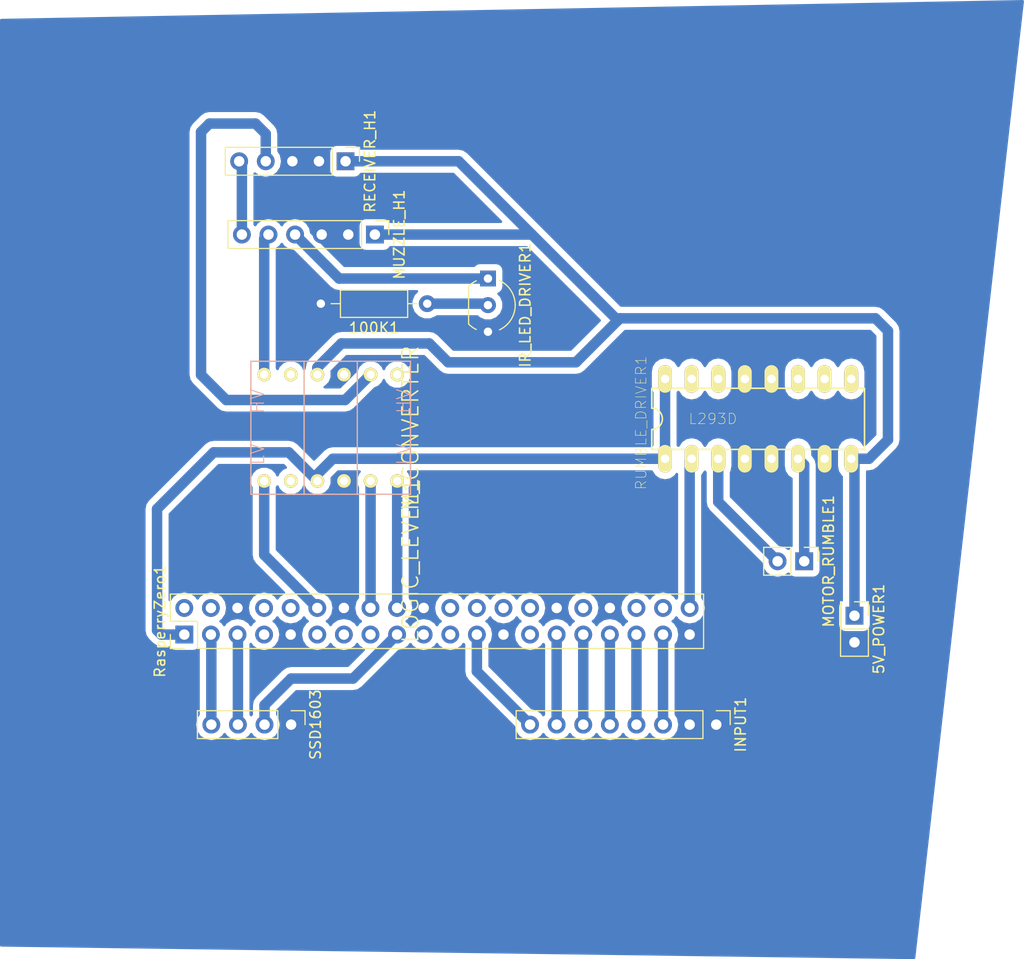
<source format=kicad_pcb>
(kicad_pcb (version 4) (host pcbnew 4.0.6-e0-6349~52~ubuntu17.04.1)

  (general
    (links 55)
    (no_connects 9)
    (area 96.495 62.695238 167.205 133.833333)
    (thickness 1.6)
    (drawings 0)
    (tracks 80)
    (zones 0)
    (modules 11)
    (nets 46)
  )

  (page A4)
  (layers
    (0 F.Cu signal)
    (31 B.Cu signal)
    (32 B.Adhes user)
    (33 F.Adhes user)
    (34 B.Paste user)
    (35 F.Paste user)
    (36 B.SilkS user)
    (37 F.SilkS user)
    (38 B.Mask user)
    (39 F.Mask user)
    (40 Dwgs.User user)
    (41 Cmts.User user)
    (42 Eco1.User user)
    (43 Eco2.User user)
    (44 Edge.Cuts user)
    (45 Margin user)
    (46 B.CrtYd user)
    (47 F.CrtYd user)
    (48 B.Fab user)
    (49 F.Fab user)
  )

  (setup
    (last_trace_width 1)
    (trace_clearance 0.2)
    (zone_clearance 0.6)
    (zone_45_only no)
    (trace_min 0.2)
    (segment_width 0.2)
    (edge_width 0.15)
    (via_size 0.6)
    (via_drill 0.4)
    (via_min_size 0.4)
    (via_min_drill 0.3)
    (uvia_size 0.3)
    (uvia_drill 0.1)
    (uvias_allowed no)
    (uvia_min_size 0.2)
    (uvia_min_drill 0.1)
    (pcb_text_width 0.3)
    (pcb_text_size 1.5 1.5)
    (mod_edge_width 0.15)
    (mod_text_size 1 1)
    (mod_text_width 0.15)
    (pad_size 1.524 1.524)
    (pad_drill 0.762)
    (pad_to_mask_clearance 0.2)
    (aux_axis_origin 0 0)
    (visible_elements FFFFFF7F)
    (pcbplotparams
      (layerselection 0x00030_80000001)
      (usegerberextensions false)
      (excludeedgelayer true)
      (linewidth 0.100000)
      (plotframeref false)
      (viasonmask false)
      (mode 1)
      (useauxorigin false)
      (hpglpennumber 1)
      (hpglpenspeed 20)
      (hpglpendiameter 15)
      (hpglpenoverlay 2)
      (psnegative false)
      (psa4output false)
      (plotreference true)
      (plotvalue true)
      (plotinvisibletext false)
      (padsonsilk false)
      (subtractmaskfromsilk false)
      (outputformat 1)
      (mirror false)
      (drillshape 1)
      (scaleselection 1)
      (outputdirectory ""))
  )

  (net 0 "")
  (net 1 +5V)
  (net 2 GND)
  (net 3 "Net-(100K1-Pad1)")
  (net 4 /LED_IR_GND)
  (net 5 "Net-(M1-PadP$2)")
  (net 6 +3V3)
  (net 7 "Net-(M1-PadP$11)")
  (net 8 "Net-(MOTOR_RUMBLE1-Pad1)")
  (net 9 "Net-(MOTOR_RUMBLE1-Pad2)")
  (net 10 /G2/i2c)
  (net 11 /G3/i2c)
  (net 12 /G4)
  (net 13 /G14/ua)
  (net 14 /G15/ua)
  (net 15 /G17)
  (net 16 /G18)
  (net 17 /G27)
  (net 18 /G22)
  (net 19 /G23)
  (net 20 /G24)
  (net 21 /G10/spi)
  (net 22 /G9/spi)
  (net 23 /G25)
  (net 24 /G11/spi)
  (net 25 /G8/spi)
  (net 26 /G7/spi)
  (net 27 "Net-(RasperryZero1-Pad27)")
  (net 28 "Net-(RasperryZero1-Pad28)")
  (net 29 /G5)
  (net 30 /G6)
  (net 31 /G12)
  (net 32 /G13)
  (net 33 /G19)
  (net 34 /G16)
  (net 35 /G26)
  (net 36 /G20)
  (net 37 /G21)
  (net 38 /IR_SIG)
  (net 39 /H_LED_DI)
  (net 40 "Net-(RUMBLE_DRIVER1-Pad9)")
  (net 41 "Net-(RUMBLE_DRIVER1-Pad10)")
  (net 42 "Net-(RUMBLE_DRIVER1-Pad11)")
  (net 43 "Net-(RUMBLE_DRIVER1-Pad14)")
  (net 44 "Net-(RUMBLE_DRIVER1-Pad15)")
  (net 45 /M_LED_DI)

  (net_class Default "This is the default net class."
    (clearance 0.2)
    (trace_width 1)
    (via_dia 0.6)
    (via_drill 0.4)
    (uvia_dia 0.3)
    (uvia_drill 0.1)
    (add_net +3V3)
    (add_net +5V)
    (add_net /G10/spi)
    (add_net /G11/spi)
    (add_net /G12)
    (add_net /G13)
    (add_net /G14/ua)
    (add_net /G15/ua)
    (add_net /G16)
    (add_net /G17)
    (add_net /G18)
    (add_net /G19)
    (add_net /G2/i2c)
    (add_net /G20)
    (add_net /G21)
    (add_net /G22)
    (add_net /G23)
    (add_net /G24)
    (add_net /G25)
    (add_net /G26)
    (add_net /G27)
    (add_net /G3/i2c)
    (add_net /G4)
    (add_net /G5)
    (add_net /G6)
    (add_net /G7/spi)
    (add_net /G8/spi)
    (add_net /G9/spi)
    (add_net /H_LED_DI)
    (add_net /IR_SIG)
    (add_net /LED_IR_GND)
    (add_net /M_LED_DI)
    (add_net GND)
    (add_net "Net-(100K1-Pad1)")
    (add_net "Net-(M1-PadP$11)")
    (add_net "Net-(M1-PadP$2)")
    (add_net "Net-(MOTOR_RUMBLE1-Pad1)")
    (add_net "Net-(MOTOR_RUMBLE1-Pad2)")
    (add_net "Net-(RUMBLE_DRIVER1-Pad10)")
    (add_net "Net-(RUMBLE_DRIVER1-Pad11)")
    (add_net "Net-(RUMBLE_DRIVER1-Pad14)")
    (add_net "Net-(RUMBLE_DRIVER1-Pad15)")
    (add_net "Net-(RUMBLE_DRIVER1-Pad9)")
    (add_net "Net-(RasperryZero1-Pad27)")
    (add_net "Net-(RasperryZero1-Pad28)")
  )

  (module Pin_Headers:Pin_Header_Straight_2x01_Pitch2.54mm (layer F.Cu) (tedit 58CD4EC5) (tstamp 590DB619)
    (at 163.8 111.2 270)
    (descr "Through hole straight pin header, 2x01, 2.54mm pitch, double rows")
    (tags "Through hole pin header THT 2x01 2.54mm double row")
    (path /58F70C26)
    (fp_text reference 5V_POWER1 (at 1.27 -2.33 270) (layer F.SilkS)
      (effects (font (size 1 1) (thickness 0.15)))
    )
    (fp_text value CONN_01X02 (at 1.27 2.33 270) (layer F.Fab)
      (effects (font (size 1 1) (thickness 0.15)))
    )
    (fp_line (start -1.27 -1.27) (end -1.27 1.27) (layer F.Fab) (width 0.1))
    (fp_line (start -1.27 1.27) (end 3.81 1.27) (layer F.Fab) (width 0.1))
    (fp_line (start 3.81 1.27) (end 3.81 -1.27) (layer F.Fab) (width 0.1))
    (fp_line (start 3.81 -1.27) (end -1.27 -1.27) (layer F.Fab) (width 0.1))
    (fp_line (start -1.33 1.27) (end -1.33 1.33) (layer F.SilkS) (width 0.12))
    (fp_line (start -1.33 1.33) (end 3.87 1.33) (layer F.SilkS) (width 0.12))
    (fp_line (start 3.87 1.33) (end 3.87 -1.33) (layer F.SilkS) (width 0.12))
    (fp_line (start 3.87 -1.33) (end 1.27 -1.33) (layer F.SilkS) (width 0.12))
    (fp_line (start 1.27 -1.33) (end 1.27 1.27) (layer F.SilkS) (width 0.12))
    (fp_line (start 1.27 1.27) (end -1.33 1.27) (layer F.SilkS) (width 0.12))
    (fp_line (start -1.33 0) (end -1.33 -1.33) (layer F.SilkS) (width 0.12))
    (fp_line (start -1.33 -1.33) (end 0 -1.33) (layer F.SilkS) (width 0.12))
    (fp_line (start -1.8 -1.8) (end -1.8 1.8) (layer F.CrtYd) (width 0.05))
    (fp_line (start -1.8 1.8) (end 4.35 1.8) (layer F.CrtYd) (width 0.05))
    (fp_line (start 4.35 1.8) (end 4.35 -1.8) (layer F.CrtYd) (width 0.05))
    (fp_line (start 4.35 -1.8) (end -1.8 -1.8) (layer F.CrtYd) (width 0.05))
    (fp_text user %R (at 1.27 -2.33 270) (layer F.Fab)
      (effects (font (size 1 1) (thickness 0.15)))
    )
    (pad 1 thru_hole rect (at 0 0 270) (size 1.7 1.7) (drill 1) (layers *.Cu *.Mask)
      (net 1 +5V))
    (pad 2 thru_hole oval (at 2.54 0 270) (size 1.7 1.7) (drill 1) (layers *.Cu *.Mask)
      (net 2 GND))
    (model ${KISYS3DMOD}/Pin_Headers.3dshapes/Pin_Header_Straight_2x01_Pitch2.54mm.wrl
      (at (xyz 0.05 0 0))
      (scale (xyz 1 1 1))
      (rotate (xyz 0 0 90))
    )
  )

  (module Resistors_THT:R_Axial_DIN0207_L6.3mm_D2.5mm_P10.16mm_Horizontal (layer F.Cu) (tedit 5874F706) (tstamp 590DB61F)
    (at 123 81.4 180)
    (descr "Resistor, Axial_DIN0207 series, Axial, Horizontal, pin pitch=10.16mm, 0.25W = 1/4W, length*diameter=6.3*2.5mm^2, http://cdn-reichelt.de/documents/datenblatt/B400/1_4W%23YAG.pdf")
    (tags "Resistor Axial_DIN0207 series Axial Horizontal pin pitch 10.16mm 0.25W = 1/4W length 6.3mm diameter 2.5mm")
    (path /58F737B3)
    (fp_text reference 100K1 (at 5.08 -2.31 180) (layer F.SilkS)
      (effects (font (size 1 1) (thickness 0.15)))
    )
    (fp_text value R (at 5.08 2.31 180) (layer F.Fab)
      (effects (font (size 1 1) (thickness 0.15)))
    )
    (fp_line (start 1.93 -1.25) (end 1.93 1.25) (layer F.Fab) (width 0.1))
    (fp_line (start 1.93 1.25) (end 8.23 1.25) (layer F.Fab) (width 0.1))
    (fp_line (start 8.23 1.25) (end 8.23 -1.25) (layer F.Fab) (width 0.1))
    (fp_line (start 8.23 -1.25) (end 1.93 -1.25) (layer F.Fab) (width 0.1))
    (fp_line (start 0 0) (end 1.93 0) (layer F.Fab) (width 0.1))
    (fp_line (start 10.16 0) (end 8.23 0) (layer F.Fab) (width 0.1))
    (fp_line (start 1.87 -1.31) (end 1.87 1.31) (layer F.SilkS) (width 0.12))
    (fp_line (start 1.87 1.31) (end 8.29 1.31) (layer F.SilkS) (width 0.12))
    (fp_line (start 8.29 1.31) (end 8.29 -1.31) (layer F.SilkS) (width 0.12))
    (fp_line (start 8.29 -1.31) (end 1.87 -1.31) (layer F.SilkS) (width 0.12))
    (fp_line (start 0.98 0) (end 1.87 0) (layer F.SilkS) (width 0.12))
    (fp_line (start 9.18 0) (end 8.29 0) (layer F.SilkS) (width 0.12))
    (fp_line (start -1.05 -1.6) (end -1.05 1.6) (layer F.CrtYd) (width 0.05))
    (fp_line (start -1.05 1.6) (end 11.25 1.6) (layer F.CrtYd) (width 0.05))
    (fp_line (start 11.25 1.6) (end 11.25 -1.6) (layer F.CrtYd) (width 0.05))
    (fp_line (start 11.25 -1.6) (end -1.05 -1.6) (layer F.CrtYd) (width 0.05))
    (pad 1 thru_hole circle (at 0 0 180) (size 1.6 1.6) (drill 0.8) (layers *.Cu *.Mask)
      (net 3 "Net-(100K1-Pad1)"))
    (pad 2 thru_hole oval (at 10.16 0 180) (size 1.6 1.6) (drill 0.8) (layers *.Cu *.Mask)
      (net 2 GND))
    (model Resistors_THT.3dshapes/R_Axial_DIN0207_L6.3mm_D2.5mm_P10.16mm_Horizontal.wrl
      (at (xyz 0 0 0))
      (scale (xyz 0.393701 0.393701 0.393701))
      (rotate (xyz 0 0 0))
    )
  )

  (module Pin_Headers:Pin_Header_Straight_1x08_Pitch2.54mm (layer F.Cu) (tedit 58CD4EC1) (tstamp 590DB62B)
    (at 150.6 121.6 270)
    (descr "Through hole straight pin header, 1x08, 2.54mm pitch, single row")
    (tags "Through hole pin header THT 1x08 2.54mm single row")
    (path /590DB402)
    (fp_text reference INPUT1 (at 0 -2.33 270) (layer F.SilkS)
      (effects (font (size 1 1) (thickness 0.15)))
    )
    (fp_text value CONN_01X08 (at 0 20.11 270) (layer F.Fab)
      (effects (font (size 1 1) (thickness 0.15)))
    )
    (fp_line (start -1.27 -1.27) (end -1.27 19.05) (layer F.Fab) (width 0.1))
    (fp_line (start -1.27 19.05) (end 1.27 19.05) (layer F.Fab) (width 0.1))
    (fp_line (start 1.27 19.05) (end 1.27 -1.27) (layer F.Fab) (width 0.1))
    (fp_line (start 1.27 -1.27) (end -1.27 -1.27) (layer F.Fab) (width 0.1))
    (fp_line (start -1.33 1.27) (end -1.33 19.11) (layer F.SilkS) (width 0.12))
    (fp_line (start -1.33 19.11) (end 1.33 19.11) (layer F.SilkS) (width 0.12))
    (fp_line (start 1.33 19.11) (end 1.33 1.27) (layer F.SilkS) (width 0.12))
    (fp_line (start 1.33 1.27) (end -1.33 1.27) (layer F.SilkS) (width 0.12))
    (fp_line (start -1.33 0) (end -1.33 -1.33) (layer F.SilkS) (width 0.12))
    (fp_line (start -1.33 -1.33) (end 0 -1.33) (layer F.SilkS) (width 0.12))
    (fp_line (start -1.8 -1.8) (end -1.8 19.55) (layer F.CrtYd) (width 0.05))
    (fp_line (start -1.8 19.55) (end 1.8 19.55) (layer F.CrtYd) (width 0.05))
    (fp_line (start 1.8 19.55) (end 1.8 -1.8) (layer F.CrtYd) (width 0.05))
    (fp_line (start 1.8 -1.8) (end -1.8 -1.8) (layer F.CrtYd) (width 0.05))
    (fp_text user %R (at 0 -2.33 270) (layer F.Fab)
      (effects (font (size 1 1) (thickness 0.15)))
    )
    (pad 1 thru_hole rect (at 0 0 270) (size 1.7 1.7) (drill 1) (layers *.Cu *.Mask)
      (net 2 GND))
    (pad 2 thru_hole oval (at 0 2.54 270) (size 1.7 1.7) (drill 1) (layers *.Cu *.Mask)
      (net 2 GND))
    (pad 3 thru_hole oval (at 0 5.08 270) (size 1.7 1.7) (drill 1) (layers *.Cu *.Mask)
      (net 35 /G26))
    (pad 4 thru_hole oval (at 0 7.62 270) (size 1.7 1.7) (drill 1) (layers *.Cu *.Mask)
      (net 33 /G19))
    (pad 5 thru_hole oval (at 0 10.16 270) (size 1.7 1.7) (drill 1) (layers *.Cu *.Mask)
      (net 32 /G13))
    (pad 6 thru_hole oval (at 0 12.7 270) (size 1.7 1.7) (drill 1) (layers *.Cu *.Mask)
      (net 30 /G6))
    (pad 7 thru_hole oval (at 0 15.24 270) (size 1.7 1.7) (drill 1) (layers *.Cu *.Mask)
      (net 29 /G5))
    (pad 8 thru_hole oval (at 0 17.78 270) (size 1.7 1.7) (drill 1) (layers *.Cu *.Mask)
      (net 24 /G11/spi))
    (model ${KISYS3DMOD}/Pin_Headers.3dshapes/Pin_Header_Straight_1x08_Pitch2.54mm.wrl
      (at (xyz 0 -0.35 0))
      (scale (xyz 1 1 1))
      (rotate (xyz 0 0 90))
    )
  )

  (module TO_SOT_Packages_THT:TO-92_Inline_Wide (layer F.Cu) (tedit 58CE52AF) (tstamp 590DB632)
    (at 128.8 79 270)
    (descr "TO-92 leads in-line, wide, drill 0.8mm (see NXP sot054_po.pdf)")
    (tags "to-92 sc-43 sc-43a sot54 PA33 transistor")
    (path /58F7369D)
    (fp_text reference IR_LED_DRIVER1 (at 2.54 -3.56 450) (layer F.SilkS)
      (effects (font (size 1 1) (thickness 0.15)))
    )
    (fp_text value BS170 (at 2.54 2.79 270) (layer F.Fab)
      (effects (font (size 1 1) (thickness 0.15)))
    )
    (fp_text user %R (at 2.54 -3.56 450) (layer F.Fab)
      (effects (font (size 1 1) (thickness 0.15)))
    )
    (fp_line (start 0.74 1.85) (end 4.34 1.85) (layer F.SilkS) (width 0.12))
    (fp_line (start 0.8 1.75) (end 4.3 1.75) (layer F.Fab) (width 0.1))
    (fp_line (start -1.01 -2.73) (end 6.09 -2.73) (layer F.CrtYd) (width 0.05))
    (fp_line (start -1.01 -2.73) (end -1.01 2.01) (layer F.CrtYd) (width 0.05))
    (fp_line (start 6.09 2.01) (end 6.09 -2.73) (layer F.CrtYd) (width 0.05))
    (fp_line (start 6.09 2.01) (end -1.01 2.01) (layer F.CrtYd) (width 0.05))
    (fp_arc (start 2.54 0) (end 0.74 1.85) (angle 20) (layer F.SilkS) (width 0.12))
    (fp_arc (start 2.54 0) (end 2.54 -2.6) (angle -65) (layer F.SilkS) (width 0.12))
    (fp_arc (start 2.54 0) (end 2.54 -2.6) (angle 65) (layer F.SilkS) (width 0.12))
    (fp_arc (start 2.54 0) (end 2.54 -2.48) (angle 135) (layer F.Fab) (width 0.1))
    (fp_arc (start 2.54 0) (end 2.54 -2.48) (angle -135) (layer F.Fab) (width 0.1))
    (fp_arc (start 2.54 0) (end 4.34 1.85) (angle -20) (layer F.SilkS) (width 0.12))
    (pad 2 thru_hole circle (at 2.54 0) (size 1.52 1.52) (drill 0.8) (layers *.Cu *.Mask)
      (net 3 "Net-(100K1-Pad1)"))
    (pad 3 thru_hole circle (at 5.08 0) (size 1.52 1.52) (drill 0.8) (layers *.Cu *.Mask)
      (net 2 GND))
    (pad 1 thru_hole rect (at 0 0) (size 1.52 1.52) (drill 0.8) (layers *.Cu *.Mask)
      (net 4 /LED_IR_GND))
    (model ${KISYS3DMOD}/TO_SOT_Packages_THT.3dshapes/TO-92_Inline_Wide.wrl
      (at (xyz 0.1 0 0))
      (scale (xyz 1 1 1))
      (rotate (xyz 0 0 -90))
    )
  )

  (module SparkFun-Boards:LOGIC_LEVEL_CONVERTER (layer F.Cu) (tedit 200000) (tstamp 590DB642)
    (at 121.4 99.6 90)
    (path /590DBB7B)
    (attr virtual)
    (fp_text reference M1 (at 0 0 90) (layer F.SilkS)
      (effects (font (thickness 0.15)))
    )
    (fp_text value LOGIC_LEVEL_CONVERTER (at 0 0 90) (layer F.SilkS)
      (effects (font (thickness 0.15)))
    )
    (fp_line (start 0 0) (end 0 -5.08) (layer B.SilkS) (width 0.127))
    (fp_line (start 0 -5.08) (end 0 -10.16) (layer B.SilkS) (width 0.127))
    (fp_line (start 0 -10.16) (end 0 -15.24) (layer B.SilkS) (width 0.127))
    (fp_line (start 0 -15.24) (end 12.7 -15.24) (layer B.SilkS) (width 0.127))
    (fp_line (start 12.7 -15.24) (end 12.7 -10.16) (layer B.SilkS) (width 0.127))
    (fp_line (start 12.7 -10.16) (end 12.7 -5.08) (layer B.SilkS) (width 0.127))
    (fp_line (start 12.7 -5.08) (end 12.7 0) (layer B.SilkS) (width 0.127))
    (fp_line (start 12.7 0) (end 0 0) (layer B.SilkS) (width 0.127))
    (fp_line (start 0 -10.16) (end 12.7 -10.16) (layer B.SilkS) (width 0.127))
    (fp_line (start 0 -5.08) (end 12.7 -5.08) (layer B.SilkS) (width 0.127))
    (fp_text user LV (at 3.81 -14.605 90) (layer B.SilkS)
      (effects (font (size 1.27 1.27) (thickness 0.1016)))
    )
    (fp_text user LV (at 3.81 -0.635 90) (layer B.SilkS)
      (effects (font (size 1.27 1.27) (thickness 0.1016)))
    )
    (fp_text user HV (at 8.89 -14.605 90) (layer B.SilkS)
      (effects (font (size 1.27 1.27) (thickness 0.1016)))
    )
    (fp_text user HV (at 8.89 -0.635 90) (layer B.SilkS)
      (effects (font (size 1.27 1.27) (thickness 0.1016)))
    )
    (pad P$1 thru_hole circle (at 1.27 -13.97 90) (size 1.30556 1.30556) (drill 0.79756) (layers *.Cu F.Paste F.SilkS F.Mask)
      (net 16 /G18))
    (pad P$2 thru_hole circle (at 1.27 -11.43 90) (size 1.30556 1.30556) (drill 0.79756) (layers *.Cu F.Paste F.SilkS F.Mask)
      (net 5 "Net-(M1-PadP$2)"))
    (pad P$3 thru_hole circle (at 1.27 -8.89 90) (size 1.30556 1.30556) (drill 0.79756) (layers *.Cu F.Paste F.SilkS F.Mask)
      (net 6 +3V3))
    (pad P$4 thru_hole circle (at 1.27 -6.35 90) (size 1.30556 1.30556) (drill 0.79756) (layers *.Cu F.Paste F.SilkS F.Mask)
      (net 2 GND))
    (pad P$5 thru_hole circle (at 1.27 -3.81 90) (size 1.30556 1.30556) (drill 0.79756) (layers *.Cu F.Paste F.SilkS F.Mask)
      (net 19 /G23))
    (pad P$6 thru_hole circle (at 1.27 -1.27 90) (size 1.30556 1.30556) (drill 0.79756) (layers *.Cu F.Paste F.SilkS F.Mask)
      (net 20 /G24))
    (pad P$7 thru_hole circle (at 11.43 -1.27 90) (size 1.30556 1.30556) (drill 0.79756) (layers *.Cu F.Paste F.SilkS F.Mask)
      (net 3 "Net-(100K1-Pad1)"))
    (pad P$8 thru_hole circle (at 11.43 -3.81 90) (size 1.30556 1.30556) (drill 0.79756) (layers *.Cu F.Paste F.SilkS F.Mask)
      (net 38 /IR_SIG))
    (pad P$9 thru_hole circle (at 11.43 -6.35 90) (size 1.30556 1.30556) (drill 0.79756) (layers *.Cu F.Paste F.SilkS F.Mask)
      (net 2 GND))
    (pad P$10 thru_hole circle (at 11.43 -8.89 90) (size 1.30556 1.30556) (drill 0.79756) (layers *.Cu F.Paste F.SilkS F.Mask)
      (net 1 +5V))
    (pad P$11 thru_hole circle (at 11.43 -11.43 90) (size 1.30556 1.30556) (drill 0.79756) (layers *.Cu F.Paste F.SilkS F.Mask)
      (net 7 "Net-(M1-PadP$11)"))
    (pad P$12 thru_hole circle (at 11.43 -13.97 90) (size 1.30556 1.30556) (drill 0.79756) (layers *.Cu F.Paste F.SilkS F.Mask)
      (net 45 /M_LED_DI))
  )

  (module Pin_Headers:Pin_Header_Straight_1x02_Pitch2.54mm (layer F.Cu) (tedit 58CD4EC1) (tstamp 590DB648)
    (at 159 106 270)
    (descr "Through hole straight pin header, 1x02, 2.54mm pitch, single row")
    (tags "Through hole pin header THT 1x02 2.54mm single row")
    (path /590D9C3D)
    (fp_text reference MOTOR_RUMBLE1 (at 0 -2.33 270) (layer F.SilkS)
      (effects (font (size 1 1) (thickness 0.15)))
    )
    (fp_text value CONN_01X02 (at 0 4.87 270) (layer F.Fab)
      (effects (font (size 1 1) (thickness 0.15)))
    )
    (fp_line (start -1.27 -1.27) (end -1.27 3.81) (layer F.Fab) (width 0.1))
    (fp_line (start -1.27 3.81) (end 1.27 3.81) (layer F.Fab) (width 0.1))
    (fp_line (start 1.27 3.81) (end 1.27 -1.27) (layer F.Fab) (width 0.1))
    (fp_line (start 1.27 -1.27) (end -1.27 -1.27) (layer F.Fab) (width 0.1))
    (fp_line (start -1.33 1.27) (end -1.33 3.87) (layer F.SilkS) (width 0.12))
    (fp_line (start -1.33 3.87) (end 1.33 3.87) (layer F.SilkS) (width 0.12))
    (fp_line (start 1.33 3.87) (end 1.33 1.27) (layer F.SilkS) (width 0.12))
    (fp_line (start 1.33 1.27) (end -1.33 1.27) (layer F.SilkS) (width 0.12))
    (fp_line (start -1.33 0) (end -1.33 -1.33) (layer F.SilkS) (width 0.12))
    (fp_line (start -1.33 -1.33) (end 0 -1.33) (layer F.SilkS) (width 0.12))
    (fp_line (start -1.8 -1.8) (end -1.8 4.35) (layer F.CrtYd) (width 0.05))
    (fp_line (start -1.8 4.35) (end 1.8 4.35) (layer F.CrtYd) (width 0.05))
    (fp_line (start 1.8 4.35) (end 1.8 -1.8) (layer F.CrtYd) (width 0.05))
    (fp_line (start 1.8 -1.8) (end -1.8 -1.8) (layer F.CrtYd) (width 0.05))
    (fp_text user %R (at 0 -2.33 270) (layer F.Fab)
      (effects (font (size 1 1) (thickness 0.15)))
    )
    (pad 1 thru_hole rect (at 0 0 270) (size 1.7 1.7) (drill 1) (layers *.Cu *.Mask)
      (net 8 "Net-(MOTOR_RUMBLE1-Pad1)"))
    (pad 2 thru_hole oval (at 0 2.54 270) (size 1.7 1.7) (drill 1) (layers *.Cu *.Mask)
      (net 9 "Net-(MOTOR_RUMBLE1-Pad2)"))
    (model ${KISYS3DMOD}/Pin_Headers.3dshapes/Pin_Header_Straight_1x02_Pitch2.54mm.wrl
      (at (xyz 0 -0.05 0))
      (scale (xyz 1 1 1))
      (rotate (xyz 0 0 90))
    )
  )

  (module Pin_Headers:Pin_Header_Straight_2x20_Pitch2.54mm (layer F.Cu) (tedit 58CD4EC6) (tstamp 590DB674)
    (at 99.8 113 90)
    (descr "Through hole straight pin header, 2x20, 2.54mm pitch, double rows")
    (tags "Through hole pin header THT 2x20 2.54mm double row")
    (path /58F6BD1F)
    (fp_text reference RasperryZero1 (at 1.27 -2.33 90) (layer F.SilkS)
      (effects (font (size 1 1) (thickness 0.15)))
    )
    (fp_text value pi_header (at 1.27 50.59 90) (layer F.Fab)
      (effects (font (size 1 1) (thickness 0.15)))
    )
    (fp_line (start -1.27 -1.27) (end -1.27 49.53) (layer F.Fab) (width 0.1))
    (fp_line (start -1.27 49.53) (end 3.81 49.53) (layer F.Fab) (width 0.1))
    (fp_line (start 3.81 49.53) (end 3.81 -1.27) (layer F.Fab) (width 0.1))
    (fp_line (start 3.81 -1.27) (end -1.27 -1.27) (layer F.Fab) (width 0.1))
    (fp_line (start -1.33 1.27) (end -1.33 49.59) (layer F.SilkS) (width 0.12))
    (fp_line (start -1.33 49.59) (end 3.87 49.59) (layer F.SilkS) (width 0.12))
    (fp_line (start 3.87 49.59) (end 3.87 -1.33) (layer F.SilkS) (width 0.12))
    (fp_line (start 3.87 -1.33) (end 1.27 -1.33) (layer F.SilkS) (width 0.12))
    (fp_line (start 1.27 -1.33) (end 1.27 1.27) (layer F.SilkS) (width 0.12))
    (fp_line (start 1.27 1.27) (end -1.33 1.27) (layer F.SilkS) (width 0.12))
    (fp_line (start -1.33 0) (end -1.33 -1.33) (layer F.SilkS) (width 0.12))
    (fp_line (start -1.33 -1.33) (end 0 -1.33) (layer F.SilkS) (width 0.12))
    (fp_line (start -1.8 -1.8) (end -1.8 50.05) (layer F.CrtYd) (width 0.05))
    (fp_line (start -1.8 50.05) (end 4.35 50.05) (layer F.CrtYd) (width 0.05))
    (fp_line (start 4.35 50.05) (end 4.35 -1.8) (layer F.CrtYd) (width 0.05))
    (fp_line (start 4.35 -1.8) (end -1.8 -1.8) (layer F.CrtYd) (width 0.05))
    (fp_text user %R (at 1.27 -2.33 90) (layer F.Fab)
      (effects (font (size 1 1) (thickness 0.15)))
    )
    (pad 1 thru_hole rect (at 0 0 90) (size 1.7 1.7) (drill 1) (layers *.Cu *.Mask)
      (net 6 +3V3))
    (pad 2 thru_hole oval (at 2.54 0 90) (size 1.7 1.7) (drill 1) (layers *.Cu *.Mask)
      (net 1 +5V))
    (pad 3 thru_hole oval (at 0 2.54 90) (size 1.7 1.7) (drill 1) (layers *.Cu *.Mask)
      (net 10 /G2/i2c))
    (pad 4 thru_hole oval (at 2.54 2.54 90) (size 1.7 1.7) (drill 1) (layers *.Cu *.Mask)
      (net 1 +5V))
    (pad 5 thru_hole oval (at 0 5.08 90) (size 1.7 1.7) (drill 1) (layers *.Cu *.Mask)
      (net 11 /G3/i2c))
    (pad 6 thru_hole oval (at 2.54 5.08 90) (size 1.7 1.7) (drill 1) (layers *.Cu *.Mask)
      (net 2 GND))
    (pad 7 thru_hole oval (at 0 7.62 90) (size 1.7 1.7) (drill 1) (layers *.Cu *.Mask)
      (net 12 /G4))
    (pad 8 thru_hole oval (at 2.54 7.62 90) (size 1.7 1.7) (drill 1) (layers *.Cu *.Mask)
      (net 13 /G14/ua))
    (pad 9 thru_hole oval (at 0 10.16 90) (size 1.7 1.7) (drill 1) (layers *.Cu *.Mask)
      (net 2 GND))
    (pad 10 thru_hole oval (at 2.54 10.16 90) (size 1.7 1.7) (drill 1) (layers *.Cu *.Mask)
      (net 14 /G15/ua))
    (pad 11 thru_hole oval (at 0 12.7 90) (size 1.7 1.7) (drill 1) (layers *.Cu *.Mask)
      (net 15 /G17))
    (pad 12 thru_hole oval (at 2.54 12.7 90) (size 1.7 1.7) (drill 1) (layers *.Cu *.Mask)
      (net 16 /G18))
    (pad 13 thru_hole oval (at 0 15.24 90) (size 1.7 1.7) (drill 1) (layers *.Cu *.Mask)
      (net 17 /G27))
    (pad 14 thru_hole oval (at 2.54 15.24 90) (size 1.7 1.7) (drill 1) (layers *.Cu *.Mask)
      (net 2 GND))
    (pad 15 thru_hole oval (at 0 17.78 90) (size 1.7 1.7) (drill 1) (layers *.Cu *.Mask)
      (net 18 /G22))
    (pad 16 thru_hole oval (at 2.54 17.78 90) (size 1.7 1.7) (drill 1) (layers *.Cu *.Mask)
      (net 19 /G23))
    (pad 17 thru_hole oval (at 0 20.32 90) (size 1.7 1.7) (drill 1) (layers *.Cu *.Mask)
      (net 6 +3V3))
    (pad 18 thru_hole oval (at 2.54 20.32 90) (size 1.7 1.7) (drill 1) (layers *.Cu *.Mask)
      (net 20 /G24))
    (pad 19 thru_hole oval (at 0 22.86 90) (size 1.7 1.7) (drill 1) (layers *.Cu *.Mask)
      (net 21 /G10/spi))
    (pad 20 thru_hole oval (at 2.54 22.86 90) (size 1.7 1.7) (drill 1) (layers *.Cu *.Mask)
      (net 2 GND))
    (pad 21 thru_hole oval (at 0 25.4 90) (size 1.7 1.7) (drill 1) (layers *.Cu *.Mask)
      (net 22 /G9/spi))
    (pad 22 thru_hole oval (at 2.54 25.4 90) (size 1.7 1.7) (drill 1) (layers *.Cu *.Mask)
      (net 23 /G25))
    (pad 23 thru_hole oval (at 0 27.94 90) (size 1.7 1.7) (drill 1) (layers *.Cu *.Mask)
      (net 24 /G11/spi))
    (pad 24 thru_hole oval (at 2.54 27.94 90) (size 1.7 1.7) (drill 1) (layers *.Cu *.Mask)
      (net 25 /G8/spi))
    (pad 25 thru_hole oval (at 0 30.48 90) (size 1.7 1.7) (drill 1) (layers *.Cu *.Mask)
      (net 2 GND))
    (pad 26 thru_hole oval (at 2.54 30.48 90) (size 1.7 1.7) (drill 1) (layers *.Cu *.Mask)
      (net 26 /G7/spi))
    (pad 27 thru_hole oval (at 0 33.02 90) (size 1.7 1.7) (drill 1) (layers *.Cu *.Mask)
      (net 27 "Net-(RasperryZero1-Pad27)"))
    (pad 28 thru_hole oval (at 2.54 33.02 90) (size 1.7 1.7) (drill 1) (layers *.Cu *.Mask)
      (net 28 "Net-(RasperryZero1-Pad28)"))
    (pad 29 thru_hole oval (at 0 35.56 90) (size 1.7 1.7) (drill 1) (layers *.Cu *.Mask)
      (net 29 /G5))
    (pad 30 thru_hole oval (at 2.54 35.56 90) (size 1.7 1.7) (drill 1) (layers *.Cu *.Mask)
      (net 2 GND))
    (pad 31 thru_hole oval (at 0 38.1 90) (size 1.7 1.7) (drill 1) (layers *.Cu *.Mask)
      (net 30 /G6))
    (pad 32 thru_hole oval (at 2.54 38.1 90) (size 1.7 1.7) (drill 1) (layers *.Cu *.Mask)
      (net 31 /G12))
    (pad 33 thru_hole oval (at 0 40.64 90) (size 1.7 1.7) (drill 1) (layers *.Cu *.Mask)
      (net 32 /G13))
    (pad 34 thru_hole oval (at 2.54 40.64 90) (size 1.7 1.7) (drill 1) (layers *.Cu *.Mask)
      (net 2 GND))
    (pad 35 thru_hole oval (at 0 43.18 90) (size 1.7 1.7) (drill 1) (layers *.Cu *.Mask)
      (net 33 /G19))
    (pad 36 thru_hole oval (at 2.54 43.18 90) (size 1.7 1.7) (drill 1) (layers *.Cu *.Mask)
      (net 34 /G16))
    (pad 37 thru_hole oval (at 0 45.72 90) (size 1.7 1.7) (drill 1) (layers *.Cu *.Mask)
      (net 35 /G26))
    (pad 38 thru_hole oval (at 2.54 45.72 90) (size 1.7 1.7) (drill 1) (layers *.Cu *.Mask)
      (net 36 /G20))
    (pad 39 thru_hole oval (at 0 48.26 90) (size 1.7 1.7) (drill 1) (layers *.Cu *.Mask)
      (net 2 GND))
    (pad 40 thru_hole oval (at 2.54 48.26 90) (size 1.7 1.7) (drill 1) (layers *.Cu *.Mask)
      (net 37 /G21))
    (model ${KISYS3DMOD}/Pin_Headers.3dshapes/Pin_Header_Straight_2x20_Pitch2.54mm.wrl
      (at (xyz 0.05 -0.95 0))
      (scale (xyz 1 1 1))
      (rotate (xyz 0 0 90))
    )
  )

  (module Pin_Headers:Pin_Header_Straight_1x05_Pitch2.54mm (layer F.Cu) (tedit 58CD4EC1) (tstamp 590DB67D)
    (at 115.2 67.8 270)
    (descr "Through hole straight pin header, 1x05, 2.54mm pitch, single row")
    (tags "Through hole pin header THT 1x05 2.54mm single row")
    (path /58F70948)
    (fp_text reference RECEIVER_H1 (at 0 -2.33 270) (layer F.SilkS)
      (effects (font (size 1 1) (thickness 0.15)))
    )
    (fp_text value CONN_01X05 (at 0 12.49 270) (layer F.Fab)
      (effects (font (size 1 1) (thickness 0.15)))
    )
    (fp_line (start -1.27 -1.27) (end -1.27 11.43) (layer F.Fab) (width 0.1))
    (fp_line (start -1.27 11.43) (end 1.27 11.43) (layer F.Fab) (width 0.1))
    (fp_line (start 1.27 11.43) (end 1.27 -1.27) (layer F.Fab) (width 0.1))
    (fp_line (start 1.27 -1.27) (end -1.27 -1.27) (layer F.Fab) (width 0.1))
    (fp_line (start -1.33 1.27) (end -1.33 11.49) (layer F.SilkS) (width 0.12))
    (fp_line (start -1.33 11.49) (end 1.33 11.49) (layer F.SilkS) (width 0.12))
    (fp_line (start 1.33 11.49) (end 1.33 1.27) (layer F.SilkS) (width 0.12))
    (fp_line (start 1.33 1.27) (end -1.33 1.27) (layer F.SilkS) (width 0.12))
    (fp_line (start -1.33 0) (end -1.33 -1.33) (layer F.SilkS) (width 0.12))
    (fp_line (start -1.33 -1.33) (end 0 -1.33) (layer F.SilkS) (width 0.12))
    (fp_line (start -1.8 -1.8) (end -1.8 11.95) (layer F.CrtYd) (width 0.05))
    (fp_line (start -1.8 11.95) (end 1.8 11.95) (layer F.CrtYd) (width 0.05))
    (fp_line (start 1.8 11.95) (end 1.8 -1.8) (layer F.CrtYd) (width 0.05))
    (fp_line (start 1.8 -1.8) (end -1.8 -1.8) (layer F.CrtYd) (width 0.05))
    (fp_text user %R (at 0 -2.33 270) (layer F.Fab)
      (effects (font (size 1 1) (thickness 0.15)))
    )
    (pad 1 thru_hole rect (at 0 0 270) (size 1.7 1.7) (drill 1) (layers *.Cu *.Mask)
      (net 1 +5V))
    (pad 2 thru_hole oval (at 0 2.54 270) (size 1.7 1.7) (drill 1) (layers *.Cu *.Mask)
      (net 2 GND))
    (pad 3 thru_hole oval (at 0 5.08 270) (size 1.7 1.7) (drill 1) (layers *.Cu *.Mask)
      (net 2 GND))
    (pad 4 thru_hole oval (at 0 7.62 270) (size 1.7 1.7) (drill 1) (layers *.Cu *.Mask)
      (net 38 /IR_SIG))
    (pad 5 thru_hole oval (at 0 10.16 270) (size 1.7 1.7) (drill 1) (layers *.Cu *.Mask)
      (net 39 /H_LED_DI))
    (model ${KISYS3DMOD}/Pin_Headers.3dshapes/Pin_Header_Straight_1x05_Pitch2.54mm.wrl
      (at (xyz 0 -0.2 0))
      (scale (xyz 1 1 1))
      (rotate (xyz 0 0 90))
    )
  )

  (module L293D:DIL16 (layer F.Cu) (tedit 0) (tstamp 590DB691)
    (at 154.6 92.4)
    (descr "<b>Dual In Line Package</b>")
    (path /590D950F)
    (fp_text reference RUMBLE_DRIVER1 (at -11.176 0.381 90) (layer F.SilkS)
      (effects (font (size 1 1) (thickness 0.05)))
    )
    (fp_text value L293D (at -4.318 0) (layer F.SilkS)
      (effects (font (size 1 1) (thickness 0.05)))
    )
    (fp_line (start 10.16 -2.921) (end -10.16 -2.921) (layer F.SilkS) (width 0.1524))
    (fp_line (start -10.16 2.921) (end 10.16 2.921) (layer F.SilkS) (width 0.1524))
    (fp_line (start 10.16 -2.921) (end 10.16 2.921) (layer F.SilkS) (width 0.1524))
    (fp_line (start -10.16 -2.921) (end -10.16 -1.016) (layer F.SilkS) (width 0.1524))
    (fp_line (start -10.16 2.921) (end -10.16 1.016) (layer F.SilkS) (width 0.1524))
    (fp_arc (start -10.16 0) (end -10.16 1.016) (angle -180) (layer F.SilkS) (width 0.1524))
    (pad 1 thru_hole oval (at -8.89 3.81 90) (size 2.6416 1.3208) (drill 0.8128) (layers *.Cu *.Mask F.SilkS)
      (net 6 +3V3))
    (pad 2 thru_hole oval (at -6.35 3.81 90) (size 2.6416 1.3208) (drill 0.8128) (layers *.Cu *.Mask F.SilkS)
      (net 37 /G21))
    (pad 7 thru_hole oval (at 6.35 3.81 90) (size 2.6416 1.3208) (drill 0.8128) (layers *.Cu *.Mask F.SilkS)
      (net 2 GND))
    (pad 8 thru_hole oval (at 8.89 3.81 90) (size 2.6416 1.3208) (drill 0.8128) (layers *.Cu *.Mask F.SilkS)
      (net 1 +5V))
    (pad 3 thru_hole oval (at -3.81 3.81 90) (size 2.6416 1.3208) (drill 0.8128) (layers *.Cu *.Mask F.SilkS)
      (net 9 "Net-(MOTOR_RUMBLE1-Pad2)"))
    (pad 4 thru_hole oval (at -1.27 3.81 90) (size 2.6416 1.3208) (drill 0.8128) (layers *.Cu *.Mask F.SilkS)
      (net 2 GND))
    (pad 6 thru_hole oval (at 3.81 3.81 90) (size 2.6416 1.3208) (drill 0.8128) (layers *.Cu *.Mask F.SilkS)
      (net 8 "Net-(MOTOR_RUMBLE1-Pad1)"))
    (pad 5 thru_hole oval (at 1.27 3.81 90) (size 2.6416 1.3208) (drill 0.8128) (layers *.Cu *.Mask F.SilkS)
      (net 2 GND))
    (pad 9 thru_hole oval (at 8.89 -3.81 90) (size 2.6416 1.3208) (drill 0.8128) (layers *.Cu *.Mask F.SilkS)
      (net 40 "Net-(RUMBLE_DRIVER1-Pad9)"))
    (pad 10 thru_hole oval (at 6.35 -3.81 90) (size 2.6416 1.3208) (drill 0.8128) (layers *.Cu *.Mask F.SilkS)
      (net 41 "Net-(RUMBLE_DRIVER1-Pad10)"))
    (pad 11 thru_hole oval (at 3.81 -3.81 90) (size 2.6416 1.3208) (drill 0.8128) (layers *.Cu *.Mask F.SilkS)
      (net 42 "Net-(RUMBLE_DRIVER1-Pad11)"))
    (pad 12 thru_hole oval (at 1.27 -3.81 90) (size 2.6416 1.3208) (drill 0.8128) (layers *.Cu *.Mask F.SilkS)
      (net 2 GND))
    (pad 13 thru_hole oval (at -1.27 -3.81 90) (size 2.6416 1.3208) (drill 0.8128) (layers *.Cu *.Mask F.SilkS)
      (net 2 GND))
    (pad 14 thru_hole oval (at -3.81 -3.81 90) (size 2.6416 1.3208) (drill 0.8128) (layers *.Cu *.Mask F.SilkS)
      (net 43 "Net-(RUMBLE_DRIVER1-Pad14)"))
    (pad 15 thru_hole oval (at -6.35 -3.81 90) (size 2.6416 1.3208) (drill 0.8128) (layers *.Cu *.Mask F.SilkS)
      (net 44 "Net-(RUMBLE_DRIVER1-Pad15)"))
    (pad 16 thru_hole oval (at -8.89 -3.81 90) (size 2.6416 1.3208) (drill 0.8128) (layers *.Cu *.Mask F.SilkS)
      (net 6 +3V3))
  )

  (module Pin_Headers:Pin_Header_Straight_1x04_Pitch2.54mm (layer F.Cu) (tedit 58CD4EC1) (tstamp 590DB699)
    (at 110 121.6 270)
    (descr "Through hole straight pin header, 1x04, 2.54mm pitch, single row")
    (tags "Through hole pin header THT 1x04 2.54mm single row")
    (path /590DAB97)
    (fp_text reference SSD1603 (at 0 -2.33 270) (layer F.SilkS)
      (effects (font (size 1 1) (thickness 0.15)))
    )
    (fp_text value CONN_01X04 (at 0 9.95 270) (layer F.Fab)
      (effects (font (size 1 1) (thickness 0.15)))
    )
    (fp_line (start -1.27 -1.27) (end -1.27 8.89) (layer F.Fab) (width 0.1))
    (fp_line (start -1.27 8.89) (end 1.27 8.89) (layer F.Fab) (width 0.1))
    (fp_line (start 1.27 8.89) (end 1.27 -1.27) (layer F.Fab) (width 0.1))
    (fp_line (start 1.27 -1.27) (end -1.27 -1.27) (layer F.Fab) (width 0.1))
    (fp_line (start -1.33 1.27) (end -1.33 8.95) (layer F.SilkS) (width 0.12))
    (fp_line (start -1.33 8.95) (end 1.33 8.95) (layer F.SilkS) (width 0.12))
    (fp_line (start 1.33 8.95) (end 1.33 1.27) (layer F.SilkS) (width 0.12))
    (fp_line (start 1.33 1.27) (end -1.33 1.27) (layer F.SilkS) (width 0.12))
    (fp_line (start -1.33 0) (end -1.33 -1.33) (layer F.SilkS) (width 0.12))
    (fp_line (start -1.33 -1.33) (end 0 -1.33) (layer F.SilkS) (width 0.12))
    (fp_line (start -1.8 -1.8) (end -1.8 9.4) (layer F.CrtYd) (width 0.05))
    (fp_line (start -1.8 9.4) (end 1.8 9.4) (layer F.CrtYd) (width 0.05))
    (fp_line (start 1.8 9.4) (end 1.8 -1.8) (layer F.CrtYd) (width 0.05))
    (fp_line (start 1.8 -1.8) (end -1.8 -1.8) (layer F.CrtYd) (width 0.05))
    (fp_text user %R (at 0 -2.33 270) (layer F.Fab)
      (effects (font (size 1 1) (thickness 0.15)))
    )
    (pad 1 thru_hole rect (at 0 0 270) (size 1.7 1.7) (drill 1) (layers *.Cu *.Mask)
      (net 2 GND))
    (pad 2 thru_hole oval (at 0 2.54 270) (size 1.7 1.7) (drill 1) (layers *.Cu *.Mask)
      (net 6 +3V3))
    (pad 3 thru_hole oval (at 0 5.08 270) (size 1.7 1.7) (drill 1) (layers *.Cu *.Mask)
      (net 11 /G3/i2c))
    (pad 4 thru_hole oval (at 0 7.62 270) (size 1.7 1.7) (drill 1) (layers *.Cu *.Mask)
      (net 10 /G2/i2c))
    (model ${KISYS3DMOD}/Pin_Headers.3dshapes/Pin_Header_Straight_1x04_Pitch2.54mm.wrl
      (at (xyz 0 -0.15 0))
      (scale (xyz 1 1 1))
      (rotate (xyz 0 0 90))
    )
  )

  (module Pin_Headers:Pin_Header_Straight_1x06_Pitch2.54mm (layer F.Cu) (tedit 58CD4EC1) (tstamp 590EEF36)
    (at 118 74.8 270)
    (descr "Through hole straight pin header, 1x06, 2.54mm pitch, single row")
    (tags "Through hole pin header THT 1x06 2.54mm single row")
    (path /58F7073F)
    (fp_text reference MUZZLE_H1 (at 0 -2.33 270) (layer F.SilkS)
      (effects (font (size 1 1) (thickness 0.15)))
    )
    (fp_text value CONN_01X06 (at 0 15.03 270) (layer F.Fab)
      (effects (font (size 1 1) (thickness 0.15)))
    )
    (fp_line (start -1.27 -1.27) (end -1.27 13.97) (layer F.Fab) (width 0.1))
    (fp_line (start -1.27 13.97) (end 1.27 13.97) (layer F.Fab) (width 0.1))
    (fp_line (start 1.27 13.97) (end 1.27 -1.27) (layer F.Fab) (width 0.1))
    (fp_line (start 1.27 -1.27) (end -1.27 -1.27) (layer F.Fab) (width 0.1))
    (fp_line (start -1.33 1.27) (end -1.33 14.03) (layer F.SilkS) (width 0.12))
    (fp_line (start -1.33 14.03) (end 1.33 14.03) (layer F.SilkS) (width 0.12))
    (fp_line (start 1.33 14.03) (end 1.33 1.27) (layer F.SilkS) (width 0.12))
    (fp_line (start 1.33 1.27) (end -1.33 1.27) (layer F.SilkS) (width 0.12))
    (fp_line (start -1.33 0) (end -1.33 -1.33) (layer F.SilkS) (width 0.12))
    (fp_line (start -1.33 -1.33) (end 0 -1.33) (layer F.SilkS) (width 0.12))
    (fp_line (start -1.8 -1.8) (end -1.8 14.5) (layer F.CrtYd) (width 0.05))
    (fp_line (start -1.8 14.5) (end 1.8 14.5) (layer F.CrtYd) (width 0.05))
    (fp_line (start 1.8 14.5) (end 1.8 -1.8) (layer F.CrtYd) (width 0.05))
    (fp_line (start 1.8 -1.8) (end -1.8 -1.8) (layer F.CrtYd) (width 0.05))
    (fp_text user %R (at 0 -2.33 270) (layer F.Fab)
      (effects (font (size 1 1) (thickness 0.15)))
    )
    (pad 1 thru_hole rect (at 0 0 270) (size 1.7 1.7) (drill 1) (layers *.Cu *.Mask)
      (net 1 +5V))
    (pad 2 thru_hole oval (at 0 2.54 270) (size 1.7 1.7) (drill 1) (layers *.Cu *.Mask)
      (net 2 GND))
    (pad 3 thru_hole oval (at 0 5.08 270) (size 1.7 1.7) (drill 1) (layers *.Cu *.Mask)
      (net 2 GND))
    (pad 4 thru_hole oval (at 0 7.62 270) (size 1.7 1.7) (drill 1) (layers *.Cu *.Mask)
      (net 4 /LED_IR_GND))
    (pad 5 thru_hole oval (at 0 10.16 270) (size 1.7 1.7) (drill 1) (layers *.Cu *.Mask)
      (net 45 /M_LED_DI))
    (pad 6 thru_hole oval (at 0 12.7 270) (size 1.7 1.7) (drill 1) (layers *.Cu *.Mask)
      (net 39 /H_LED_DI))
    (model ${KISYS3DMOD}/Pin_Headers.3dshapes/Pin_Header_Straight_1x06_Pitch2.54mm.wrl
      (at (xyz 0 -0.25 0))
      (scale (xyz 1 1 1))
      (rotate (xyz 0 0 90))
    )
  )

  (segment (start 163.8 111.2) (end 163.8 96.52) (width 1) (layer B.Cu) (net 1) (status C00000))
  (segment (start 163.8 96.52) (end 163.49 96.21) (width 1) (layer B.Cu) (net 1) (tstamp 5910168B) (status C00000))
  (segment (start 112.51 88.17) (end 112.51 87.49) (width 1) (layer B.Cu) (net 1))
  (segment (start 137.2 87) (end 141.2 83) (width 1) (layer B.Cu) (net 1) (tstamp 59101565))
  (segment (start 125 87) (end 137.2 87) (width 1) (layer B.Cu) (net 1) (tstamp 59101562))
  (segment (start 123.2 85.2) (end 125 87) (width 1) (layer B.Cu) (net 1) (tstamp 59101561))
  (segment (start 114.8 85.2) (end 123.2 85.2) (width 1) (layer B.Cu) (net 1) (tstamp 5910155E))
  (segment (start 112.51 87.49) (end 114.8 85.2) (width 1) (layer B.Cu) (net 1) (tstamp 5910155C))
  (segment (start 115.2 67.8) (end 126 67.8) (width 1) (layer B.Cu) (net 1))
  (segment (start 126 67.8) (end 133 74.8) (width 1) (layer B.Cu) (net 1) (tstamp 59101518))
  (segment (start 118 74.8) (end 133 74.8) (width 1) (layer B.Cu) (net 1))
  (segment (start 133 74.8) (end 141.2 83) (width 1) (layer B.Cu) (net 1) (tstamp 59101511))
  (segment (start 163.49 96.21) (end 165.19 96.21) (width 1) (layer B.Cu) (net 1))
  (segment (start 141.4 82.8) (end 141.2 83) (width 1) (layer B.Cu) (net 1) (tstamp 59101500))
  (segment (start 165.8 82.8) (end 141.4 82.8) (width 1) (layer B.Cu) (net 1) (tstamp 591014FE))
  (segment (start 167 84) (end 165.8 82.8) (width 1) (layer B.Cu) (net 1) (tstamp 591014FD))
  (segment (start 167 94.4) (end 167 84) (width 1) (layer B.Cu) (net 1) (tstamp 591014FB))
  (segment (start 165.19 96.21) (end 167 94.4) (width 1) (layer B.Cu) (net 1) (tstamp 591014FA))
  (segment (start 163.8 96.52) (end 163.49 96.21) (width 1) (layer B.Cu) (net 1) (tstamp 590EF7B9))
  (segment (start 123 81.4) (end 128.66 81.4) (width 1) (layer B.Cu) (net 3))
  (segment (start 128.66 81.4) (end 128.8 81.54) (width 1) (layer B.Cu) (net 3) (tstamp 591015A1))
  (segment (start 128.66 81.4) (end 128.8 81.54) (width 1) (layer B.Cu) (net 3) (tstamp 590EF862))
  (segment (start 128.8 79) (end 114.58 79) (width 1) (layer B.Cu) (net 4))
  (segment (start 114.58 79) (end 110.38 74.8) (width 1) (layer B.Cu) (net 4) (tstamp 5910158F))
  (segment (start 107.46 121.6) (end 107.46 119.74) (width 1) (layer B.Cu) (net 6))
  (segment (start 115.92 117.2) (end 120.12 113) (width 1) (layer B.Cu) (net 6) (tstamp 5910161A))
  (segment (start 110 117.2) (end 115.92 117.2) (width 1) (layer B.Cu) (net 6) (tstamp 59101618))
  (segment (start 107.46 119.74) (end 110 117.2) (width 1) (layer B.Cu) (net 6) (tstamp 59101616))
  (segment (start 145.71 96.21) (end 145.71 88.59) (width 1) (layer B.Cu) (net 6))
  (segment (start 112.51 98.33) (end 112.51 97.69) (width 1) (layer B.Cu) (net 6))
  (segment (start 112.51 97.69) (end 113.99 96.21) (width 1) (layer B.Cu) (net 6) (tstamp 590F071E))
  (segment (start 113.99 96.21) (end 145.71 96.21) (width 1) (layer B.Cu) (net 6) (tstamp 590F0720))
  (segment (start 99.8 113) (end 97.6 113) (width 1) (layer B.Cu) (net 6))
  (segment (start 109.78 95.6) (end 112.51 98.33) (width 1) (layer B.Cu) (net 6) (tstamp 590F070A))
  (segment (start 102.6 95.6) (end 109.78 95.6) (width 1) (layer B.Cu) (net 6) (tstamp 590F0708))
  (segment (start 97.2 101) (end 102.6 95.6) (width 1) (layer B.Cu) (net 6) (tstamp 590F0703))
  (segment (start 97.2 112.6) (end 97.2 101) (width 1) (layer B.Cu) (net 6) (tstamp 590F06FF))
  (segment (start 97.6 113) (end 97.2 112.6) (width 1) (layer B.Cu) (net 6) (tstamp 590F06FC))
  (segment (start 159 106) (end 159 96.8) (width 1) (layer B.Cu) (net 8))
  (segment (start 159 96.8) (end 158.41 96.21) (width 1) (layer B.Cu) (net 8) (tstamp 590EF7B1))
  (segment (start 150.79 96.21) (end 150.79 100.33) (width 1) (layer B.Cu) (net 9))
  (segment (start 150.79 100.33) (end 156.46 106) (width 1) (layer B.Cu) (net 9) (tstamp 590EF7AA))
  (segment (start 102.38 121.6) (end 102.38 113.04) (width 1) (layer B.Cu) (net 10))
  (segment (start 102.38 113.04) (end 102.34 113) (width 1) (layer B.Cu) (net 10) (tstamp 591014BF))
  (segment (start 102.38 113.04) (end 102.34 113) (width 1) (layer B.Cu) (net 10) (tstamp 590EF772))
  (segment (start 104.92 121.6) (end 104.92 113.04) (width 1) (layer B.Cu) (net 11))
  (segment (start 104.92 113.04) (end 104.88 113) (width 1) (layer B.Cu) (net 11) (tstamp 591014BC))
  (segment (start 104.92 113.04) (end 104.88 113) (width 1) (layer B.Cu) (net 11) (tstamp 590EF775))
  (segment (start 107.43 98.33) (end 107.43 105.39) (width 1) (layer B.Cu) (net 16))
  (segment (start 107.43 105.39) (end 112.5 110.46) (width 1) (layer B.Cu) (net 16) (tstamp 590EF832))
  (segment (start 117.59 98.33) (end 117.59 110.45) (width 1) (layer B.Cu) (net 19))
  (segment (start 117.59 110.45) (end 117.58 110.46) (width 1) (layer B.Cu) (net 19) (tstamp 590EF84B))
  (segment (start 120.13 98.33) (end 120.13 110.45) (width 1) (layer B.Cu) (net 20))
  (segment (start 120.13 110.45) (end 120.12 110.46) (width 1) (layer B.Cu) (net 20) (tstamp 590EF84E))
  (segment (start 127.74 113) (end 127.74 116.52) (width 1) (layer B.Cu) (net 24))
  (segment (start 127.74 116.52) (end 132.82 121.6) (width 1) (layer B.Cu) (net 24) (tstamp 591014ED))
  (segment (start 135.36 121.6) (end 135.36 113) (width 1) (layer B.Cu) (net 29))
  (segment (start 135.56 113.2) (end 135.36 113) (width 1) (layer B.Cu) (net 29) (tstamp 590EF787))
  (segment (start 137.9 121.6) (end 137.9 113) (width 1) (layer B.Cu) (net 30))
  (segment (start 140.44 121.6) (end 140.44 113) (width 1) (layer B.Cu) (net 32))
  (segment (start 140.64 113.2) (end 140.44 113) (width 1) (layer B.Cu) (net 32) (tstamp 590EF78D))
  (segment (start 142.98 121.6) (end 142.98 113) (width 1) (layer B.Cu) (net 33))
  (segment (start 145.52 121.6) (end 145.52 113) (width 1) (layer B.Cu) (net 35))
  (segment (start 145.72 113.2) (end 145.52 113) (width 1) (layer B.Cu) (net 35) (tstamp 590EF795))
  (segment (start 148.06 110.46) (end 148.06 96.4) (width 1) (layer B.Cu) (net 37))
  (segment (start 148.06 96.4) (end 148.25 96.21) (width 1) (layer B.Cu) (net 37) (tstamp 590EF7A5))
  (segment (start 107.58 67.8) (end 107.58 65.18) (width 1) (layer B.Cu) (net 38))
  (segment (start 115.16 90.6) (end 117.59 88.17) (width 1) (layer B.Cu) (net 38) (tstamp 59101556))
  (segment (start 103.8 90.6) (end 115.16 90.6) (width 1) (layer B.Cu) (net 38) (tstamp 59101554))
  (segment (start 101.4 88.2) (end 103.8 90.6) (width 1) (layer B.Cu) (net 38) (tstamp 59101552))
  (segment (start 101.4 65) (end 101.4 88.2) (width 1) (layer B.Cu) (net 38) (tstamp 5910154F))
  (segment (start 102.2 64.2) (end 101.4 65) (width 1) (layer B.Cu) (net 38) (tstamp 5910154D))
  (segment (start 106.6 64.2) (end 102.2 64.2) (width 1) (layer B.Cu) (net 38) (tstamp 5910154C))
  (segment (start 107.58 65.18) (end 106.6 64.2) (width 1) (layer B.Cu) (net 38) (tstamp 5910154A))
  (segment (start 105.3 74.8) (end 105.3 68.06) (width 1) (layer B.Cu) (net 39))
  (segment (start 105.3 68.06) (end 105.04 67.8) (width 1) (layer B.Cu) (net 39) (tstamp 5910151F))
  (segment (start 105.3 68.06) (end 105.04 67.8) (width 1) (layer B.Cu) (net 39) (tstamp 590EF897))
  (segment (start 107.43 88.17) (end 107.43 75.21) (width 1) (layer B.Cu) (net 45))
  (segment (start 107.43 75.21) (end 107.84 74.8) (width 1) (layer B.Cu) (net 45) (tstamp 59101523))
  (segment (start 107.43 75.21) (end 107.84 74.8) (width 1) (layer B.Cu) (net 45) (tstamp 590EF88F))

  (zone (net 2) (net_name GND) (layer B.Cu) (tstamp 591015B2) (hatch edge 0.508)
    (connect_pads yes (clearance 0.6))
    (min_thickness 0.254)
    (fill yes (arc_segments 16) (thermal_gap 0.6) (thermal_bridge_width 1))
    (polygon
      (pts
        (xy 82.2 54.2) (xy 180 52.4) (xy 169.6 144) (xy 82.2 142.8)
      )
    )
    (filled_polygon
      (pts
        (xy 169.486781 143.871434) (xy 82.327 142.674732) (xy 82.327 101) (xy 95.973 101) (xy 95.973 112.6)
        (xy 96.0664 113.069553) (xy 96.153562 113.2) (xy 96.33238 113.46762) (xy 96.73238 113.86762) (xy 97.130447 114.1336)
        (xy 97.6 114.227) (xy 98.328683 114.227) (xy 98.418672 114.366846) (xy 98.661615 114.532843) (xy 98.95 114.591242)
        (xy 100.65 114.591242) (xy 100.91941 114.540549) (xy 101.153 114.390238) (xy 101.153 120.621457) (xy 100.923042 120.965613)
        (xy 100.803 121.569105) (xy 100.803 121.630895) (xy 100.923042 122.234387) (xy 101.264893 122.746002) (xy 101.776508 123.087853)
        (xy 102.38 123.207895) (xy 102.983492 123.087853) (xy 103.495107 122.746002) (xy 103.65 122.514189) (xy 103.804893 122.746002)
        (xy 104.316508 123.087853) (xy 104.92 123.207895) (xy 105.523492 123.087853) (xy 106.035107 122.746002) (xy 106.19 122.514189)
        (xy 106.344893 122.746002) (xy 106.856508 123.087853) (xy 107.46 123.207895) (xy 108.063492 123.087853) (xy 108.575107 122.746002)
        (xy 108.916958 122.234387) (xy 109.037 121.630895) (xy 109.037 121.569105) (xy 108.916958 120.965613) (xy 108.687 120.621457)
        (xy 108.687 120.24824) (xy 110.50824 118.427) (xy 115.92 118.427) (xy 116.389553 118.3336) (xy 116.78762 118.06762)
        (xy 120.278965 114.576275) (xy 120.723492 114.487853) (xy 121.235107 114.146002) (xy 121.39 113.914189) (xy 121.544893 114.146002)
        (xy 122.056508 114.487853) (xy 122.66 114.607895) (xy 123.263492 114.487853) (xy 123.775107 114.146002) (xy 123.93 113.914189)
        (xy 124.084893 114.146002) (xy 124.596508 114.487853) (xy 125.2 114.607895) (xy 125.803492 114.487853) (xy 126.315107 114.146002)
        (xy 126.47 113.914189) (xy 126.513 113.978543) (xy 126.513 116.52) (xy 126.6064 116.989553) (xy 126.87238 117.38762)
        (xy 131.27462 121.78986) (xy 131.363042 122.234387) (xy 131.704893 122.746002) (xy 132.216508 123.087853) (xy 132.82 123.207895)
        (xy 133.423492 123.087853) (xy 133.935107 122.746002) (xy 134.09 122.514189) (xy 134.244893 122.746002) (xy 134.756508 123.087853)
        (xy 135.36 123.207895) (xy 135.963492 123.087853) (xy 136.475107 122.746002) (xy 136.63 122.514189) (xy 136.784893 122.746002)
        (xy 137.296508 123.087853) (xy 137.9 123.207895) (xy 138.503492 123.087853) (xy 139.015107 122.746002) (xy 139.17 122.514189)
        (xy 139.324893 122.746002) (xy 139.836508 123.087853) (xy 140.44 123.207895) (xy 141.043492 123.087853) (xy 141.555107 122.746002)
        (xy 141.71 122.514189) (xy 141.864893 122.746002) (xy 142.376508 123.087853) (xy 142.98 123.207895) (xy 143.583492 123.087853)
        (xy 144.095107 122.746002) (xy 144.25 122.514189) (xy 144.404893 122.746002) (xy 144.916508 123.087853) (xy 145.52 123.207895)
        (xy 146.123492 123.087853) (xy 146.635107 122.746002) (xy 146.976958 122.234387) (xy 147.097 121.630895) (xy 147.097 121.569105)
        (xy 146.976958 120.965613) (xy 146.747 120.621457) (xy 146.747 113.978543) (xy 146.976958 113.634387) (xy 147.097 113.030895)
        (xy 147.097 112.969105) (xy 146.976958 112.365613) (xy 146.635107 111.853998) (xy 146.449531 111.73) (xy 146.635107 111.606002)
        (xy 146.79 111.374189) (xy 146.944893 111.606002) (xy 147.456508 111.947853) (xy 148.06 112.067895) (xy 148.663492 111.947853)
        (xy 149.175107 111.606002) (xy 149.516958 111.094387) (xy 149.637 110.490895) (xy 149.637 110.429105) (xy 149.516958 109.825613)
        (xy 149.287 109.481457) (xy 149.287 97.807809) (xy 149.52 97.459099) (xy 149.563 97.523453) (xy 149.563 100.33)
        (xy 149.6564 100.799553) (xy 149.92238 101.19762) (xy 154.91462 106.18986) (xy 155.003042 106.634387) (xy 155.344893 107.146002)
        (xy 155.856508 107.487853) (xy 156.46 107.607895) (xy 157.063492 107.487853) (xy 157.506193 107.192049) (xy 157.618672 107.366846)
        (xy 157.861615 107.532843) (xy 158.15 107.591242) (xy 159.85 107.591242) (xy 160.11941 107.540549) (xy 160.366846 107.381328)
        (xy 160.532843 107.138385) (xy 160.591242 106.85) (xy 160.591242 105.15) (xy 160.540549 104.88059) (xy 160.381328 104.633154)
        (xy 160.227 104.527705) (xy 160.227 96.8) (xy 160.1336 96.330447) (xy 159.86762 95.93238) (xy 159.7974 95.86216)
        (xy 159.7974 95.509481) (xy 159.69179 94.978546) (xy 159.39104 94.528441) (xy 158.940935 94.227691) (xy 158.41 94.122081)
        (xy 157.879065 94.227691) (xy 157.42896 94.528441) (xy 157.12821 94.978546) (xy 157.0226 95.509481) (xy 157.0226 96.910519)
        (xy 157.12821 97.441454) (xy 157.42896 97.891559) (xy 157.773 98.121439) (xy 157.773 104.528683) (xy 157.633154 104.618672)
        (xy 157.504567 104.806864) (xy 157.063492 104.512147) (xy 156.618965 104.423725) (xy 152.017 99.82176) (xy 152.017 97.523453)
        (xy 152.07179 97.441454) (xy 152.1774 96.910519) (xy 152.1774 95.509481) (xy 152.07179 94.978546) (xy 151.77104 94.528441)
        (xy 151.320935 94.227691) (xy 150.79 94.122081) (xy 150.259065 94.227691) (xy 149.80896 94.528441) (xy 149.52 94.960901)
        (xy 149.23104 94.528441) (xy 148.780935 94.227691) (xy 148.25 94.122081) (xy 147.719065 94.227691) (xy 147.26896 94.528441)
        (xy 146.98 94.960901) (xy 146.937 94.896547) (xy 146.937 89.903453) (xy 146.98 89.839099) (xy 147.26896 90.271559)
        (xy 147.719065 90.572309) (xy 148.25 90.677919) (xy 148.780935 90.572309) (xy 149.23104 90.271559) (xy 149.52 89.839099)
        (xy 149.80896 90.271559) (xy 150.259065 90.572309) (xy 150.79 90.677919) (xy 151.320935 90.572309) (xy 151.77104 90.271559)
        (xy 152.07179 89.821454) (xy 152.1774 89.290519) (xy 152.1774 87.889481) (xy 157.0226 87.889481) (xy 157.0226 89.290519)
        (xy 157.12821 89.821454) (xy 157.42896 90.271559) (xy 157.879065 90.572309) (xy 158.41 90.677919) (xy 158.940935 90.572309)
        (xy 159.39104 90.271559) (xy 159.68 89.839099) (xy 159.96896 90.271559) (xy 160.419065 90.572309) (xy 160.95 90.677919)
        (xy 161.480935 90.572309) (xy 161.93104 90.271559) (xy 162.22 89.839099) (xy 162.50896 90.271559) (xy 162.959065 90.572309)
        (xy 163.49 90.677919) (xy 164.020935 90.572309) (xy 164.47104 90.271559) (xy 164.77179 89.821454) (xy 164.8774 89.290519)
        (xy 164.8774 87.889481) (xy 164.77179 87.358546) (xy 164.47104 86.908441) (xy 164.020935 86.607691) (xy 163.49 86.502081)
        (xy 162.959065 86.607691) (xy 162.50896 86.908441) (xy 162.22 87.340901) (xy 161.93104 86.908441) (xy 161.480935 86.607691)
        (xy 160.95 86.502081) (xy 160.419065 86.607691) (xy 159.96896 86.908441) (xy 159.68 87.340901) (xy 159.39104 86.908441)
        (xy 158.940935 86.607691) (xy 158.41 86.502081) (xy 157.879065 86.607691) (xy 157.42896 86.908441) (xy 157.12821 87.358546)
        (xy 157.0226 87.889481) (xy 152.1774 87.889481) (xy 152.07179 87.358546) (xy 151.77104 86.908441) (xy 151.320935 86.607691)
        (xy 150.79 86.502081) (xy 150.259065 86.607691) (xy 149.80896 86.908441) (xy 149.52 87.340901) (xy 149.23104 86.908441)
        (xy 148.780935 86.607691) (xy 148.25 86.502081) (xy 147.719065 86.607691) (xy 147.26896 86.908441) (xy 146.98 87.340901)
        (xy 146.69104 86.908441) (xy 146.240935 86.607691) (xy 145.71 86.502081) (xy 145.179065 86.607691) (xy 144.72896 86.908441)
        (xy 144.42821 87.358546) (xy 144.3226 87.889481) (xy 144.3226 89.290519) (xy 144.42821 89.821454) (xy 144.483 89.903453)
        (xy 144.483 94.896547) (xy 144.42821 94.978546) (xy 144.427324 94.983) (xy 113.99 94.983) (xy 113.520447 95.0764)
        (xy 113.12238 95.34238) (xy 112.19 96.27476) (xy 110.64762 94.73238) (xy 110.249553 94.4664) (xy 109.78 94.373)
        (xy 102.6 94.373) (xy 102.130447 94.4664) (xy 101.73238 94.73238) (xy 96.33238 100.13238) (xy 96.0664 100.530447)
        (xy 95.973 101) (xy 82.327 101) (xy 82.327 65) (xy 100.173 65) (xy 100.173 88.2)
        (xy 100.2664 88.669553) (xy 100.454164 88.950561) (xy 100.53238 89.06762) (xy 102.93238 91.46762) (xy 103.330448 91.733601)
        (xy 103.8 91.827) (xy 115.16 91.827) (xy 115.629553 91.7336) (xy 116.02762 91.46762) (xy 118.002939 89.492301)
        (xy 118.370561 89.340402) (xy 118.759038 88.952603) (xy 118.859988 88.709488) (xy 118.959598 88.950561) (xy 119.347397 89.339038)
        (xy 119.854341 89.549539) (xy 120.403251 89.550019) (xy 120.910561 89.340402) (xy 121.299038 88.952603) (xy 121.509539 88.445659)
        (xy 121.510019 87.896749) (xy 121.300402 87.389439) (xy 120.912603 87.000962) (xy 120.405659 86.790461) (xy 119.856749 86.789981)
        (xy 119.349439 86.999598) (xy 118.960962 87.387397) (xy 118.860012 87.630512) (xy 118.760402 87.389439) (xy 118.372603 87.000962)
        (xy 117.865659 86.790461) (xy 117.316749 86.789981) (xy 116.809439 86.999598) (xy 116.420962 87.387397) (xy 116.267298 87.757462)
        (xy 114.65176 89.373) (xy 113.211668 89.373) (xy 113.290561 89.340402) (xy 113.679038 88.952603) (xy 113.889539 88.445659)
        (xy 113.890019 87.896749) (xy 113.874953 87.860287) (xy 115.30824 86.427) (xy 122.69176 86.427) (xy 124.13238 87.86762)
        (xy 124.530447 88.1336) (xy 125 88.227) (xy 137.2 88.227) (xy 137.669553 88.1336) (xy 138.06762 87.86762)
        (xy 141.90824 84.027) (xy 165.29176 84.027) (xy 165.773 84.50824) (xy 165.773 93.89176) (xy 164.737513 94.927247)
        (xy 164.47104 94.528441) (xy 164.020935 94.227691) (xy 163.49 94.122081) (xy 162.959065 94.227691) (xy 162.50896 94.528441)
        (xy 162.20821 94.978546) (xy 162.1026 95.509481) (xy 162.1026 96.910519) (xy 162.20821 97.441454) (xy 162.50896 97.891559)
        (xy 162.573 97.934349) (xy 162.573 109.728683) (xy 162.433154 109.818672) (xy 162.267157 110.061615) (xy 162.208758 110.35)
        (xy 162.208758 112.05) (xy 162.259451 112.31941) (xy 162.418672 112.566846) (xy 162.661615 112.732843) (xy 162.95 112.791242)
        (xy 164.65 112.791242) (xy 164.91941 112.740549) (xy 165.166846 112.581328) (xy 165.332843 112.338385) (xy 165.391242 112.05)
        (xy 165.391242 110.35) (xy 165.340549 110.08059) (xy 165.181328 109.833154) (xy 165.027 109.727705) (xy 165.027 97.437)
        (xy 165.19 97.437) (xy 165.659553 97.3436) (xy 166.05762 97.07762) (xy 167.86762 95.26762) (xy 168.133601 94.869552)
        (xy 168.227 94.4) (xy 168.227 84) (xy 168.1336 83.530447) (xy 167.86762 83.13238) (xy 166.66762 81.93238)
        (xy 166.568874 81.8664) (xy 166.269553 81.6664) (xy 165.8 81.573) (xy 141.50824 81.573) (xy 126.86762 66.93238)
        (xy 126.718887 66.833) (xy 126.469553 66.6664) (xy 126 66.573) (xy 116.671317 66.573) (xy 116.581328 66.433154)
        (xy 116.338385 66.267157) (xy 116.05 66.208758) (xy 114.35 66.208758) (xy 114.08059 66.259451) (xy 113.833154 66.418672)
        (xy 113.667157 66.661615) (xy 113.608758 66.95) (xy 113.608758 68.65) (xy 113.659451 68.91941) (xy 113.818672 69.166846)
        (xy 114.061615 69.332843) (xy 114.35 69.391242) (xy 116.05 69.391242) (xy 116.31941 69.340549) (xy 116.566846 69.181328)
        (xy 116.672295 69.027) (xy 125.49176 69.027) (xy 130.03776 73.573) (xy 119.471317 73.573) (xy 119.381328 73.433154)
        (xy 119.138385 73.267157) (xy 118.85 73.208758) (xy 117.15 73.208758) (xy 116.88059 73.259451) (xy 116.633154 73.418672)
        (xy 116.467157 73.661615) (xy 116.408758 73.95) (xy 116.408758 75.65) (xy 116.459451 75.91941) (xy 116.618672 76.166846)
        (xy 116.861615 76.332843) (xy 117.15 76.391242) (xy 118.85 76.391242) (xy 119.11941 76.340549) (xy 119.366846 76.181328)
        (xy 119.472295 76.027) (xy 132.49176 76.027) (xy 139.46476 83) (xy 136.69176 85.773) (xy 125.50824 85.773)
        (xy 124.06762 84.33238) (xy 123.669553 84.0664) (xy 123.2 83.973) (xy 114.8 83.973) (xy 114.330447 84.0664)
        (xy 113.93238 84.33238) (xy 111.64238 86.62238) (xy 111.3764 87.020447) (xy 111.283 87.49) (xy 111.283 87.526985)
        (xy 111.240012 87.630512) (xy 111.140402 87.389439) (xy 110.752603 87.000962) (xy 110.245659 86.790461) (xy 109.696749 86.789981)
        (xy 109.189439 86.999598) (xy 108.800962 87.387397) (xy 108.700012 87.630512) (xy 108.657 87.526416) (xy 108.657 76.145191)
        (xy 108.955107 75.946002) (xy 109.11 75.714189) (xy 109.264893 75.946002) (xy 109.776508 76.287853) (xy 110.221035 76.376275)
        (xy 113.71238 79.86762) (xy 114.110447 80.1336) (xy 114.58 80.227) (xy 122.013657 80.227) (xy 121.706227 80.533894)
        (xy 121.473265 81.094928) (xy 121.472735 81.702407) (xy 121.704717 82.263846) (xy 122.133894 82.693773) (xy 122.694928 82.926735)
        (xy 123.302407 82.927265) (xy 123.863846 82.695283) (xy 123.932248 82.627) (xy 127.784002 82.627) (xy 127.956582 82.799882)
        (xy 128.50292 83.026741) (xy 129.094485 83.027258) (xy 129.641217 82.801352) (xy 130.059882 82.383418) (xy 130.286741 81.83708)
        (xy 130.287258 81.245515) (xy 130.061352 80.698783) (xy 129.816059 80.453061) (xy 129.82941 80.450549) (xy 130.076846 80.291328)
        (xy 130.242843 80.048385) (xy 130.301242 79.76) (xy 130.301242 78.24) (xy 130.250549 77.97059) (xy 130.091328 77.723154)
        (xy 129.848385 77.557157) (xy 129.56 77.498758) (xy 128.04 77.498758) (xy 127.77059 77.549451) (xy 127.523154 77.708672)
        (xy 127.4792 77.773) (xy 115.08824 77.773) (xy 111.92538 74.61014) (xy 111.836958 74.165613) (xy 111.495107 73.653998)
        (xy 110.983492 73.312147) (xy 110.38 73.192105) (xy 109.776508 73.312147) (xy 109.264893 73.653998) (xy 109.11 73.885811)
        (xy 108.955107 73.653998) (xy 108.443492 73.312147) (xy 107.84 73.192105) (xy 107.236508 73.312147) (xy 106.724893 73.653998)
        (xy 106.57 73.885811) (xy 106.527 73.821457) (xy 106.527 68.987501) (xy 106.976508 69.287853) (xy 107.58 69.407895)
        (xy 108.183492 69.287853) (xy 108.695107 68.946002) (xy 109.036958 68.434387) (xy 109.157 67.830895) (xy 109.157 67.769105)
        (xy 109.036958 67.165613) (xy 108.807 66.821457) (xy 108.807 65.18) (xy 108.7136 64.710447) (xy 108.44762 64.31238)
        (xy 107.46762 63.33238) (xy 107.069553 63.0664) (xy 106.6 62.973) (xy 102.2 62.973) (xy 101.730447 63.0664)
        (xy 101.33238 63.33238) (xy 100.53238 64.13238) (xy 100.2664 64.530447) (xy 100.173 65) (xy 82.327 65)
        (xy 82.327 54.324684) (xy 179.857465 52.529644)
      )
    )
    (filled_polygon
      (pts
        (xy 111.384893 111.606002) (xy 111.570469 111.73) (xy 111.384893 111.853998) (xy 111.043042 112.365613) (xy 110.923 112.969105)
        (xy 110.923 113.030895) (xy 111.043042 113.634387) (xy 111.384893 114.146002) (xy 111.896508 114.487853) (xy 112.5 114.607895)
        (xy 113.103492 114.487853) (xy 113.615107 114.146002) (xy 113.77 113.914189) (xy 113.924893 114.146002) (xy 114.436508 114.487853)
        (xy 115.04 114.607895) (xy 115.643492 114.487853) (xy 116.155107 114.146002) (xy 116.31 113.914189) (xy 116.464893 114.146002)
        (xy 116.928791 114.455969) (xy 115.41176 115.973) (xy 110 115.973) (xy 109.530447 116.0664) (xy 109.13238 116.33238)
        (xy 106.59238 118.87238) (xy 106.3264 119.270447) (xy 106.233 119.74) (xy 106.233 120.621457) (xy 106.19 120.685811)
        (xy 106.147 120.621457) (xy 106.147 113.918679) (xy 106.15 113.914189) (xy 106.304893 114.146002) (xy 106.816508 114.487853)
        (xy 107.42 114.607895) (xy 108.023492 114.487853) (xy 108.535107 114.146002) (xy 108.876958 113.634387) (xy 108.997 113.030895)
        (xy 108.997 112.969105) (xy 108.876958 112.365613) (xy 108.535107 111.853998) (xy 108.349531 111.73) (xy 108.535107 111.606002)
        (xy 108.69 111.374189) (xy 108.844893 111.606002) (xy 109.356508 111.947853) (xy 109.96 112.067895) (xy 110.563492 111.947853)
        (xy 111.075107 111.606002) (xy 111.23 111.374189)
      )
    )
    (filled_polygon
      (pts
        (xy 131.704893 111.606002) (xy 131.890469 111.73) (xy 131.704893 111.853998) (xy 131.363042 112.365613) (xy 131.243 112.969105)
        (xy 131.243 113.030895) (xy 131.363042 113.634387) (xy 131.704893 114.146002) (xy 132.216508 114.487853) (xy 132.82 114.607895)
        (xy 133.423492 114.487853) (xy 133.935107 114.146002) (xy 134.09 113.914189) (xy 134.133 113.978543) (xy 134.133 120.621457)
        (xy 134.09 120.685811) (xy 133.935107 120.453998) (xy 133.423492 120.112147) (xy 132.978965 120.023725) (xy 128.967 116.01176)
        (xy 128.967 113.978543) (xy 129.196958 113.634387) (xy 129.317 113.030895) (xy 129.317 112.969105) (xy 129.196958 112.365613)
        (xy 128.855107 111.853998) (xy 128.669531 111.73) (xy 128.855107 111.606002) (xy 129.01 111.374189) (xy 129.164893 111.606002)
        (xy 129.676508 111.947853) (xy 130.28 112.067895) (xy 130.883492 111.947853) (xy 131.395107 111.606002) (xy 131.55 111.374189)
      )
    )
    (filled_polygon
      (pts
        (xy 144.42821 97.441454) (xy 144.72896 97.891559) (xy 145.179065 98.192309) (xy 145.71 98.297919) (xy 146.240935 98.192309)
        (xy 146.69104 97.891559) (xy 146.833 97.6791) (xy 146.833 109.481457) (xy 146.79 109.545811) (xy 146.635107 109.313998)
        (xy 146.123492 108.972147) (xy 145.52 108.852105) (xy 144.916508 108.972147) (xy 144.404893 109.313998) (xy 144.25 109.545811)
        (xy 144.095107 109.313998) (xy 143.583492 108.972147) (xy 142.98 108.852105) (xy 142.376508 108.972147) (xy 141.864893 109.313998)
        (xy 141.523042 109.825613) (xy 141.403 110.429105) (xy 141.403 110.490895) (xy 141.523042 111.094387) (xy 141.864893 111.606002)
        (xy 142.050469 111.73) (xy 141.864893 111.853998) (xy 141.71 112.085811) (xy 141.555107 111.853998) (xy 141.043492 111.512147)
        (xy 140.44 111.392105) (xy 139.836508 111.512147) (xy 139.324893 111.853998) (xy 139.17 112.085811) (xy 139.015107 111.853998)
        (xy 138.829531 111.73) (xy 139.015107 111.606002) (xy 139.356958 111.094387) (xy 139.477 110.490895) (xy 139.477 110.429105)
        (xy 139.356958 109.825613) (xy 139.015107 109.313998) (xy 138.503492 108.972147) (xy 137.9 108.852105) (xy 137.296508 108.972147)
        (xy 136.784893 109.313998) (xy 136.443042 109.825613) (xy 136.323 110.429105) (xy 136.323 110.490895) (xy 136.443042 111.094387)
        (xy 136.784893 111.606002) (xy 136.970469 111.73) (xy 136.784893 111.853998) (xy 136.63 112.085811) (xy 136.475107 111.853998)
        (xy 135.963492 111.512147) (xy 135.36 111.392105) (xy 134.756508 111.512147) (xy 134.244893 111.853998) (xy 134.09 112.085811)
        (xy 133.935107 111.853998) (xy 133.749531 111.73) (xy 133.935107 111.606002) (xy 134.276958 111.094387) (xy 134.397 110.490895)
        (xy 134.397 110.429105) (xy 134.276958 109.825613) (xy 133.935107 109.313998) (xy 133.423492 108.972147) (xy 132.82 108.852105)
        (xy 132.216508 108.972147) (xy 131.704893 109.313998) (xy 131.55 109.545811) (xy 131.395107 109.313998) (xy 130.883492 108.972147)
        (xy 130.28 108.852105) (xy 129.676508 108.972147) (xy 129.164893 109.313998) (xy 129.01 109.545811) (xy 128.855107 109.313998)
        (xy 128.343492 108.972147) (xy 127.74 108.852105) (xy 127.136508 108.972147) (xy 126.624893 109.313998) (xy 126.47 109.545811)
        (xy 126.315107 109.313998) (xy 125.803492 108.972147) (xy 125.2 108.852105) (xy 124.596508 108.972147) (xy 124.084893 109.313998)
        (xy 123.743042 109.825613) (xy 123.623 110.429105) (xy 123.623 110.490895) (xy 123.743042 111.094387) (xy 124.084893 111.606002)
        (xy 124.270469 111.73) (xy 124.084893 111.853998) (xy 123.93 112.085811) (xy 123.775107 111.853998) (xy 123.263492 111.512147)
        (xy 122.66 111.392105) (xy 122.056508 111.512147) (xy 121.544893 111.853998) (xy 121.39 112.085811) (xy 121.235107 111.853998)
        (xy 121.049531 111.73) (xy 121.235107 111.606002) (xy 121.576958 111.094387) (xy 121.697 110.490895) (xy 121.697 110.429105)
        (xy 121.576958 109.825613) (xy 121.357 109.496423) (xy 121.357 98.973015) (xy 121.509539 98.605659) (xy 121.510019 98.056749)
        (xy 121.300402 97.549439) (xy 121.188159 97.437) (xy 144.427324 97.437)
      )
    )
    (filled_polygon
      (pts
        (xy 116.420962 97.547397) (xy 116.210461 98.054341) (xy 116.209981 98.603251) (xy 116.363 98.973584) (xy 116.363 109.466491)
        (xy 116.123042 109.825613) (xy 116.003 110.429105) (xy 116.003 110.490895) (xy 116.123042 111.094387) (xy 116.464893 111.606002)
        (xy 116.650469 111.73) (xy 116.464893 111.853998) (xy 116.31 112.085811) (xy 116.155107 111.853998) (xy 115.643492 111.512147)
        (xy 115.04 111.392105) (xy 114.436508 111.512147) (xy 113.924893 111.853998) (xy 113.77 112.085811) (xy 113.615107 111.853998)
        (xy 113.429531 111.73) (xy 113.615107 111.606002) (xy 113.956958 111.094387) (xy 114.077 110.490895) (xy 114.077 110.429105)
        (xy 113.956958 109.825613) (xy 113.615107 109.313998) (xy 113.103492 108.972147) (xy 112.658965 108.883725) (xy 108.657 104.88176)
        (xy 108.657 98.973015) (xy 108.699988 98.869488) (xy 108.799598 99.110561) (xy 109.187397 99.499038) (xy 109.694341 99.709539)
        (xy 110.243251 99.710019) (xy 110.750561 99.500402) (xy 111.139038 99.112603) (xy 111.239988 98.869488) (xy 111.339598 99.110561)
        (xy 111.727397 99.499038) (xy 112.234341 99.709539) (xy 112.783251 99.710019) (xy 113.290561 99.500402) (xy 113.679038 99.112603)
        (xy 113.889539 98.605659) (xy 113.890019 98.056749) (xy 113.886648 98.048592) (xy 114.49824 97.437) (xy 116.531552 97.437)
      )
    )
    (filled_polygon
      (pts
        (xy 109.483043 97.038283) (xy 109.189439 97.159598) (xy 108.800962 97.547397) (xy 108.700012 97.790512) (xy 108.600402 97.549439)
        (xy 108.212603 97.160962) (xy 107.705659 96.950461) (xy 107.156749 96.949981) (xy 106.649439 97.159598) (xy 106.260962 97.547397)
        (xy 106.050461 98.054341) (xy 106.049981 98.603251) (xy 106.203 98.973584) (xy 106.203 105.39) (xy 106.2964 105.859553)
        (xy 106.56238 106.25762) (xy 109.308791 109.004031) (xy 108.844893 109.313998) (xy 108.69 109.545811) (xy 108.535107 109.313998)
        (xy 108.023492 108.972147) (xy 107.42 108.852105) (xy 106.816508 108.972147) (xy 106.304893 109.313998) (xy 105.963042 109.825613)
        (xy 105.843 110.429105) (xy 105.843 110.490895) (xy 105.963042 111.094387) (xy 106.304893 111.606002) (xy 106.490469 111.73)
        (xy 106.304893 111.853998) (xy 106.15 112.085811) (xy 105.995107 111.853998) (xy 105.483492 111.512147) (xy 104.88 111.392105)
        (xy 104.276508 111.512147) (xy 103.764893 111.853998) (xy 103.61 112.085811) (xy 103.455107 111.853998) (xy 103.269531 111.73)
        (xy 103.455107 111.606002) (xy 103.796958 111.094387) (xy 103.917 110.490895) (xy 103.917 110.429105) (xy 103.796958 109.825613)
        (xy 103.455107 109.313998) (xy 102.943492 108.972147) (xy 102.34 108.852105) (xy 101.736508 108.972147) (xy 101.224893 109.313998)
        (xy 101.07 109.545811) (xy 100.915107 109.313998) (xy 100.403492 108.972147) (xy 99.8 108.852105) (xy 99.196508 108.972147)
        (xy 98.684893 109.313998) (xy 98.427 109.699961) (xy 98.427 101.50824) (xy 103.10824 96.827) (xy 109.27176 96.827)
      )
    )
  )
)

</source>
